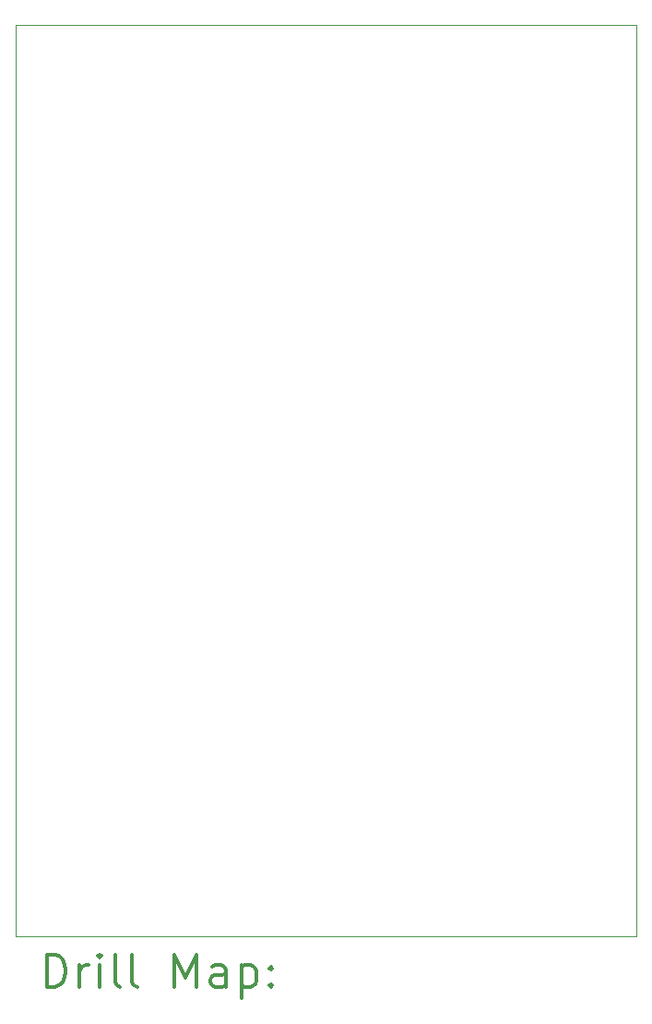
<source format=gbr>
%FSLAX45Y45*%
G04 Gerber Fmt 4.5, Leading zero omitted, Abs format (unit mm)*
G04 Created by KiCad (PCBNEW 5.1.10) date 2021-08-30 11:46:24*
%MOMM*%
%LPD*%
G01*
G04 APERTURE LIST*
%TA.AperFunction,Profile*%
%ADD10C,0.050000*%
%TD*%
%ADD11C,0.200000*%
%ADD12C,0.300000*%
G04 APERTURE END LIST*
D10*
X12274550Y-5568950D02*
X17970500Y-5568950D01*
X12274550Y-13925550D02*
X17970500Y-13925550D01*
X12274550Y-5568950D02*
X12274550Y-13925550D01*
X17970500Y-5568950D02*
X17970500Y-13925550D01*
D11*
D12*
X12558478Y-14393764D02*
X12558478Y-14093764D01*
X12629907Y-14093764D01*
X12672764Y-14108050D01*
X12701336Y-14136621D01*
X12715621Y-14165193D01*
X12729907Y-14222336D01*
X12729907Y-14265193D01*
X12715621Y-14322336D01*
X12701336Y-14350907D01*
X12672764Y-14379479D01*
X12629907Y-14393764D01*
X12558478Y-14393764D01*
X12858478Y-14393764D02*
X12858478Y-14193764D01*
X12858478Y-14250907D02*
X12872764Y-14222336D01*
X12887050Y-14208050D01*
X12915621Y-14193764D01*
X12944193Y-14193764D01*
X13044193Y-14393764D02*
X13044193Y-14193764D01*
X13044193Y-14093764D02*
X13029907Y-14108050D01*
X13044193Y-14122336D01*
X13058478Y-14108050D01*
X13044193Y-14093764D01*
X13044193Y-14122336D01*
X13229907Y-14393764D02*
X13201336Y-14379479D01*
X13187050Y-14350907D01*
X13187050Y-14093764D01*
X13387050Y-14393764D02*
X13358478Y-14379479D01*
X13344193Y-14350907D01*
X13344193Y-14093764D01*
X13729907Y-14393764D02*
X13729907Y-14093764D01*
X13829907Y-14308050D01*
X13929907Y-14093764D01*
X13929907Y-14393764D01*
X14201336Y-14393764D02*
X14201336Y-14236621D01*
X14187050Y-14208050D01*
X14158478Y-14193764D01*
X14101336Y-14193764D01*
X14072764Y-14208050D01*
X14201336Y-14379479D02*
X14172764Y-14393764D01*
X14101336Y-14393764D01*
X14072764Y-14379479D01*
X14058478Y-14350907D01*
X14058478Y-14322336D01*
X14072764Y-14293764D01*
X14101336Y-14279479D01*
X14172764Y-14279479D01*
X14201336Y-14265193D01*
X14344193Y-14193764D02*
X14344193Y-14493764D01*
X14344193Y-14208050D02*
X14372764Y-14193764D01*
X14429907Y-14193764D01*
X14458478Y-14208050D01*
X14472764Y-14222336D01*
X14487050Y-14250907D01*
X14487050Y-14336621D01*
X14472764Y-14365193D01*
X14458478Y-14379479D01*
X14429907Y-14393764D01*
X14372764Y-14393764D01*
X14344193Y-14379479D01*
X14615621Y-14365193D02*
X14629907Y-14379479D01*
X14615621Y-14393764D01*
X14601336Y-14379479D01*
X14615621Y-14365193D01*
X14615621Y-14393764D01*
X14615621Y-14208050D02*
X14629907Y-14222336D01*
X14615621Y-14236621D01*
X14601336Y-14222336D01*
X14615621Y-14208050D01*
X14615621Y-14236621D01*
M02*

</source>
